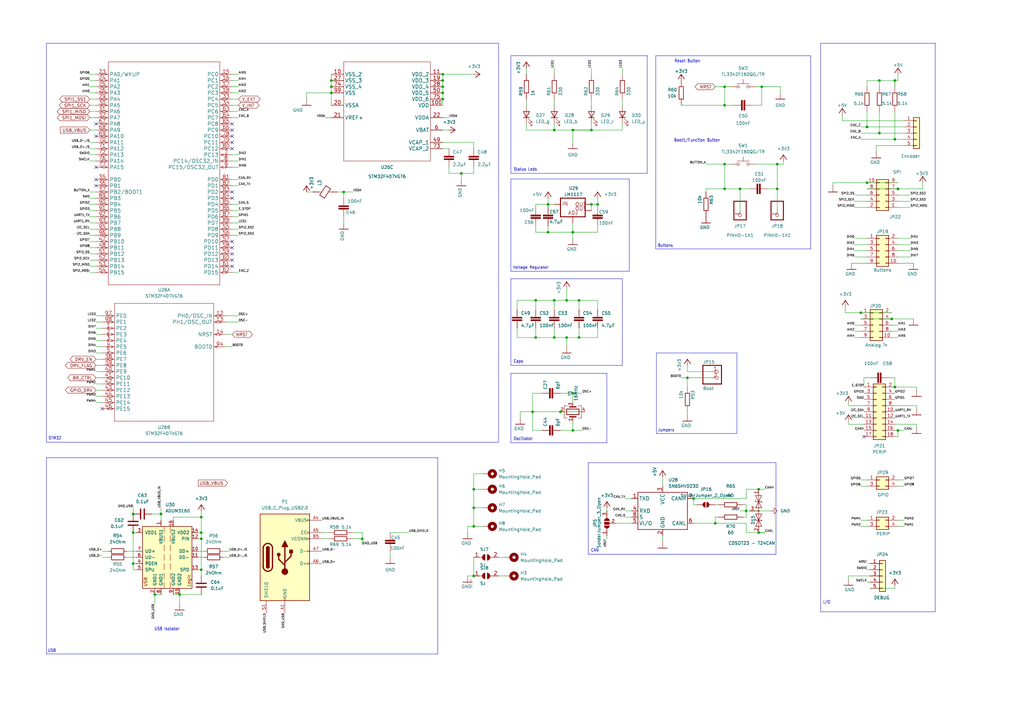
<source format=kicad_sch>
(kicad_sch
	(version 20250114)
	(generator "eeschema")
	(generator_version "9.0")
	(uuid "4cd24381-ef0a-4fc3-9080-2f3d7a881fa0")
	(paper "A3")
	
	(text "Oscillator"
		(exclude_from_sim no)
		(at 210.566 180.848 0)
		(effects
			(font
				(size 1.27 1.0795)
			)
			(justify left bottom)
		)
		(uuid "0a460622-1fd8-4854-b6a0-56e64b4b0ae3")
	)
	(text "I/O"
		(exclude_from_sim no)
		(at 337.566 247.904 0)
		(effects
			(font
				(size 1.27 1.0795)
			)
			(justify left bottom)
		)
		(uuid "0b500d5d-857f-4d84-8981-369f92eb97b6")
	)
	(text "Jumpers"
		(exclude_from_sim no)
		(at 269.748 177.292 0)
		(effects
			(font
				(size 1.27 1.0795)
			)
			(justify left bottom)
		)
		(uuid "12565cf4-442f-4dbd-85fa-83282b6c2e14")
	)
	(text "STM32"
		(exclude_from_sim no)
		(at 19.812 180.594 0)
		(effects
			(font
				(size 1.27 1.0795)
			)
			(justify left bottom)
		)
		(uuid "338edd2e-5846-4ed8-b03a-02aaba45fb11")
	)
	(text "USB"
		(exclude_from_sim no)
		(at 19.558 267.716 0)
		(effects
			(font
				(size 1.27 1.0795)
			)
			(justify left bottom)
		)
		(uuid "4207712e-96ec-4ad3-8105-4bb4852172b7")
	)
	(text "Boot1/Function Button"
		(exclude_from_sim no)
		(at 276.352 58.42 0)
		(effects
			(font
				(size 1.27 1.0795)
			)
			(justify left bottom)
		)
		(uuid "5811032a-1597-4a4c-a7a3-d8e2c86e2053")
	)
	(text "Voltage Regulator"
		(exclude_from_sim no)
		(at 210.312 110.49 0)
		(effects
			(font
				(size 1.0795 1.0795)
			)
			(justify left bottom)
		)
		(uuid "5aa86ef3-98c5-4aa0-95b4-06dd013edb64")
	)
	(text "USB Isolator"
		(exclude_from_sim no)
		(at 63.246 258.826 0)
		(effects
			(font
				(size 1.27 1.0795)
			)
			(justify left bottom)
		)
		(uuid "67debb50-1335-40e2-ad5d-ee9d9b604a07")
	)
	(text "CAN"
		(exclude_from_sim no)
		(at 242.316 226.568 0)
		(effects
			(font
				(size 1.27 1.0795)
			)
			(justify left bottom)
		)
		(uuid "6db5d67a-cc58-4f23-9b96-8a73308bae06")
	)
	(text "Caps"
		(exclude_from_sim no)
		(at 210.566 149.098 0)
		(effects
			(font
				(size 1.27 1.0795)
			)
			(justify left bottom)
		)
		(uuid "72109094-d9c8-40a7-b95d-13687325852a")
	)
	(text "Status Leds"
		(exclude_from_sim no)
		(at 210.566 70.358 0)
		(effects
			(font
				(size 1.27 1.0795)
			)
			(justify left bottom)
		)
		(uuid "89205ea3-a47b-42c3-960b-77913fa4acf7")
	)
	(text "Buttons"
		(exclude_from_sim no)
		(at 269.748 101.6 0)
		(effects
			(font
				(size 1.27 1.0795)
			)
			(justify left bottom)
		)
		(uuid "eed26fec-175b-4929-8089-63ded238b187")
	)
	(text "Reset Button"
		(exclude_from_sim no)
		(at 276.606 25.908 0)
		(effects
			(font
				(size 1.27 1.0795)
			)
			(justify left bottom)
		)
		(uuid "f998a4f2-3c6a-4171-9400-fb08a2549479")
	)
	(junction
		(at 181.61 35.56)
		(diameter 0)
		(color 0 0 0 0)
		(uuid "010b79e0-934b-4c47-b151-1cfd9eda702c")
	)
	(junction
		(at 218.44 168.91)
		(diameter 0)
		(color 0 0 0 0)
		(uuid "01232a58-c264-416a-88eb-14035b9f0946")
	)
	(junction
		(at 234.95 176.53)
		(diameter 0)
		(color 0 0 0 0)
		(uuid "044f5202-ae0b-40ac-9345-4cfdffc2b018")
	)
	(junction
		(at 194.31 236.22)
		(diameter 0)
		(color 0 0 0 0)
		(uuid "0791c98c-b2a5-4897-9a88-66186f0f6212")
	)
	(junction
		(at 140.97 78.74)
		(diameter 0)
		(color 0 0 0 0)
		(uuid "0cde37ae-4449-45cf-b0f4-ccebc6485d03")
	)
	(junction
		(at 353.06 128.27)
		(diameter 0)
		(color 0 0 0 0)
		(uuid "0d801f6e-cf50-46be-ba05-c22a3772f3a0")
	)
	(junction
		(at 82.55 233.68)
		(diameter 0)
		(color 0 0 0 0)
		(uuid "0fdc7f81-3909-47c4-a8be-e2216c45f4d3")
	)
	(junction
		(at 311.15 200.66)
		(diameter 0)
		(color 0 0 0 0)
		(uuid "1003d38f-f582-40ff-b491-da89ac4857d2")
	)
	(junction
		(at 297.18 35.56)
		(diameter 0)
		(color 0 0 0 0)
		(uuid "11738ed3-7987-485e-a886-ae602b0adf98")
	)
	(junction
		(at 135.89 38.1)
		(diameter 0)
		(color 0 0 0 0)
		(uuid "162e8bfd-71f9-4c46-b3de-0df5692ad9d0")
	)
	(junction
		(at 224.79 95.25)
		(diameter 0)
		(color 0 0 0 0)
		(uuid "179a248d-d2da-4e7d-849f-486a0fd82043")
	)
	(junction
		(at 54.61 218.44)
		(diameter 0)
		(color 0 0 0 0)
		(uuid "1ae6e937-e4d7-47fa-ae16-00043a2e2cc1")
	)
	(junction
		(at 360.68 33.02)
		(diameter 0)
		(color 0 0 0 0)
		(uuid "1c8b0568-2cbd-4d94-9e91-74892f19bba2")
	)
	(junction
		(at 367.03 158.75)
		(diameter 0)
		(color 0 0 0 0)
		(uuid "22975299-f17b-4120-9595-ff8eee9d2209")
	)
	(junction
		(at 219.71 138.43)
		(diameter 0)
		(color 0 0 0 0)
		(uuid "25b2d5fa-598a-4e38-a805-c55001d6bf3c")
	)
	(junction
		(at 227.33 138.43)
		(diameter 0)
		(color 0 0 0 0)
		(uuid "26a8e897-49a9-4b57-a996-18501af8538f")
	)
	(junction
		(at 82.55 218.44)
		(diameter 0)
		(color 0 0 0 0)
		(uuid "27f8150e-3e16-4d83-b7da-983236ed7284")
	)
	(junction
		(at 135.89 35.56)
		(diameter 0)
		(color 0 0 0 0)
		(uuid "2d32ad1c-4181-4f58-b3de-64ef5b51408d")
	)
	(junction
		(at 297.18 67.31)
		(diameter 0)
		(color 0 0 0 0)
		(uuid "2fca7a11-ba20-445a-afa2-43ae3519b690")
	)
	(junction
		(at 284.48 204.47)
		(diameter 0)
		(color 0 0 0 0)
		(uuid "30021a61-46c4-462c-9b94-bef1fe87e5dd")
	)
	(junction
		(at 245.11 83.82)
		(diameter 0)
		(color 0 0 0 0)
		(uuid "342b00a3-8688-4d6f-97f5-7bcfd471e43a")
	)
	(junction
		(at 367.03 57.15)
		(diameter 0)
		(color 0 0 0 0)
		(uuid "3671c4fa-e23c-4e4e-9f7c-5c7e72df968c")
	)
	(junction
		(at 297.18 43.18)
		(diameter 0)
		(color 0 0 0 0)
		(uuid "38b79daf-36f0-4f86-a4ba-b359589b3297")
	)
	(junction
		(at 312.42 35.56)
		(diameter 0)
		(color 0 0 0 0)
		(uuid "3fdbccaa-e96f-4124-934d-4e0b776aac76")
	)
	(junction
		(at 194.31 215.9)
		(diameter 0)
		(color 0 0 0 0)
		(uuid "43722d3e-5fa7-4b6a-a76e-bf20eaf6e6ea")
	)
	(junction
		(at 306.07 209.55)
		(diameter 0)
		(color 0 0 0 0)
		(uuid "4db0d81f-8bd5-422d-9e6d-fd76a83a023d")
	)
	(junction
		(at 234.95 53.34)
		(diameter 0)
		(color 0 0 0 0)
		(uuid "4dbb49d8-92c1-4fa0-b910-55becd90f417")
	)
	(junction
		(at 365.76 130.81)
		(diameter 0)
		(color 0 0 0 0)
		(uuid "4df051fa-009a-45f4-984f-232ecdd7b12c")
	)
	(junction
		(at 54.61 210.82)
		(diameter 0)
		(color 0 0 0 0)
		(uuid "5294186c-a8db-4806-b966-9c7487cbc519")
	)
	(junction
		(at 242.57 83.82)
		(diameter 0)
		(color 0 0 0 0)
		(uuid "558e3b89-f2dc-42ad-a343-ca74a10b1bb3")
	)
	(junction
		(at 232.41 123.19)
		(diameter 0)
		(color 0 0 0 0)
		(uuid "5c095701-beec-4647-91ee-cec622c5cd0f")
	)
	(junction
		(at 219.71 123.19)
		(diameter 0)
		(color 0 0 0 0)
		(uuid "5f8eb759-5fc7-420a-9d45-b94284544376")
	)
	(junction
		(at 181.61 38.1)
		(diameter 0)
		(color 0 0 0 0)
		(uuid "61806514-3780-4839-9112-85ab5d146a5c")
	)
	(junction
		(at 224.79 83.82)
		(diameter 0)
		(color 0 0 0 0)
		(uuid "6181cded-8747-4255-b663-a9270239f1f1")
	)
	(junction
		(at 82.55 220.98)
		(diameter 0)
		(color 0 0 0 0)
		(uuid "6365110b-39a9-4860-8ff5-241296a0a3ea")
	)
	(junction
		(at 181.61 40.64)
		(diameter 0)
		(color 0 0 0 0)
		(uuid "68ab1aef-5085-4897-a8c0-045c8a4cbea8")
	)
	(junction
		(at 293.37 214.63)
		(diameter 0)
		(color 0 0 0 0)
		(uuid "71a23ff1-5fc8-4dbe-a87d-6583081e15ef")
	)
	(junction
		(at 368.3 77.47)
		(diameter 0)
		(color 0 0 0 0)
		(uuid "739c837d-40a5-4f84-95dd-991014c78bcf")
	)
	(junction
		(at 73.66 243.84)
		(diameter 0)
		(color 0 0 0 0)
		(uuid "85787eb3-85dc-4bde-91d7-89cdc23fabac")
	)
	(junction
		(at 367.03 33.02)
		(diameter 0)
		(color 0 0 0 0)
		(uuid "8de2c57d-1e6a-4472-8eba-63ecb8df4dad")
	)
	(junction
		(at 355.6 74.93)
		(diameter 0)
		(color 0 0 0 0)
		(uuid "9aba88ef-c41c-4948-b402-1eb04db34406")
	)
	(junction
		(at 318.77 67.31)
		(diameter 0)
		(color 0 0 0 0)
		(uuid "9b36882f-ae14-4e97-8b22-ea205f85f10b")
	)
	(junction
		(at 281.94 154.94)
		(diameter 0)
		(color 0 0 0 0)
		(uuid "9f27bb7a-5c8c-41af-800b-614d4544a1fd")
	)
	(junction
		(at 63.5 243.84)
		(diameter 0)
		(color 0 0 0 0)
		(uuid "a1be23df-a9a6-45de-aaef-503e10fb1323")
	)
	(junction
		(at 368.3 176.53)
		(diameter 0)
		(color 0 0 0 0)
		(uuid "a2f87b4c-51dd-4de9-99da-ecb0abf48f7a")
	)
	(junction
		(at 66.04 210.82)
		(diameter 0)
		(color 0 0 0 0)
		(uuid "a3e298eb-fe69-4d1e-8351-982a8271a78b")
	)
	(junction
		(at 234.95 161.29)
		(diameter 0)
		(color 0 0 0 0)
		(uuid "a648e6db-1cb8-465d-ae3a-0b1b821a68ba")
	)
	(junction
		(at 194.31 200.66)
		(diameter 0)
		(color 0 0 0 0)
		(uuid "a7ef7365-45be-4909-847a-0edd3227fb77")
	)
	(junction
		(at 232.41 138.43)
		(diameter 0)
		(color 0 0 0 0)
		(uuid "a8786951-375b-4fee-9edb-e1d298f06b5a")
	)
	(junction
		(at 360.68 54.61)
		(diameter 0)
		(color 0 0 0 0)
		(uuid "ad5f1041-baba-4848-8d5c-8aa6698071ae")
	)
	(junction
		(at 311.15 218.44)
		(diameter 0)
		(color 0 0 0 0)
		(uuid "b328bfb9-eeed-4ed8-8895-18270075868b")
	)
	(junction
		(at 318.77 77.47)
		(diameter 0)
		(color 0 0 0 0)
		(uuid "b34e7678-88d2-4c8c-b01f-8c589ce1606b")
	)
	(junction
		(at 82.55 212.09)
		(diameter 0)
		(color 0 0 0 0)
		(uuid "b47ea42b-43f0-420d-8ad4-cae4364b2278")
	)
	(junction
		(at 234.95 95.25)
		(diameter 0)
		(color 0 0 0 0)
		(uuid "bb57eedc-922c-4792-a291-c7b1233bac13")
	)
	(junction
		(at 227.33 53.34)
		(diameter 0)
		(color 0 0 0 0)
		(uuid "bb9d5bd1-5762-4fa7-8144-838832b872af")
	)
	(junction
		(at 194.31 208.28)
		(diameter 0)
		(color 0 0 0 0)
		(uuid "cb0ea476-a6be-48a9-84e9-810ee48ee96e")
	)
	(junction
		(at 355.6 52.07)
		(diameter 0)
		(color 0 0 0 0)
		(uuid "cd9b47fc-efd4-40c8-b08c-95e5d95dfdaf")
	)
	(junction
		(at 148.59 220.98)
		(diameter 0)
		(color 0 0 0 0)
		(uuid "d2381e7b-52ed-438a-80ff-6c8b8a1b821e")
	)
	(junction
		(at 181.61 30.48)
		(diameter 0)
		(color 0 0 0 0)
		(uuid "d40f769d-cf14-4e25-946a-cfb7b9c55d5a")
	)
	(junction
		(at 189.23 71.12)
		(diameter 0)
		(color 0 0 0 0)
		(uuid "d90e1444-9936-4769-a079-aa9c962f4d20")
	)
	(junction
		(at 135.89 33.02)
		(diameter 0)
		(color 0 0 0 0)
		(uuid "d9f2b5d3-9c26-46d6-b39e-176002497761")
	)
	(junction
		(at 181.61 33.02)
		(diameter 0)
		(color 0 0 0 0)
		(uuid "dedef0ea-15c9-49ab-9fcd-2533ab500259")
	)
	(junction
		(at 229.87 168.91)
		(diameter 0)
		(color 0 0 0 0)
		(uuid "e0b63c86-1027-4b43-8cf3-aa95821a29fd")
	)
	(junction
		(at 242.57 53.34)
		(diameter 0)
		(color 0 0 0 0)
		(uuid "e28b219e-3a28-496e-b1b2-eefab3997696")
	)
	(junction
		(at 54.61 231.14)
		(diameter 0)
		(color 0 0 0 0)
		(uuid "eb3f2cc5-f3c2-4d1b-ac5f-4f304835c890")
	)
	(junction
		(at 237.49 123.19)
		(diameter 0)
		(color 0 0 0 0)
		(uuid "ebefa6a3-bedf-4c59-954f-498b42d712ae")
	)
	(junction
		(at 297.18 77.47)
		(diameter 0)
		(color 0 0 0 0)
		(uuid "ec2913a9-267f-45d2-bf96-fbba99e3753a")
	)
	(junction
		(at 303.53 77.47)
		(diameter 0)
		(color 0 0 0 0)
		(uuid "ee27e369-9770-49cf-91e6-9aa83dc585a4")
	)
	(junction
		(at 237.49 138.43)
		(diameter 0)
		(color 0 0 0 0)
		(uuid "ef430c1c-1a34-4c6e-80d8-41187048e090")
	)
	(junction
		(at 227.33 123.19)
		(diameter 0)
		(color 0 0 0 0)
		(uuid "f54294c8-c6f9-44eb-a63f-888d8f74edb7")
	)
	(no_connect
		(at 95.25 109.22)
		(uuid "0aed50e7-be01-426d-9fee-579de72cdd02")
	)
	(no_connect
		(at 39.37 68.58)
		(uuid "113112c8-66f7-453f-9331-17fbe5892696")
	)
	(no_connect
		(at 95.25 78.74)
		(uuid "115b2754-b597-4358-872e-b3c7c84bf35a")
	)
	(no_connect
		(at 95.25 101.6)
		(uuid "1364a65d-7e92-4950-9bf0-15b2662a864e")
	)
	(no_connect
		(at 95.25 106.68)
		(uuid "1d941627-12f5-4656-8c1b-7b5484b853df")
	)
	(no_connect
		(at 354.33 179.07)
		(uuid "27e9b61f-7346-438f-b0b6-1e014aabc232")
	)
	(no_connect
		(at 41.91 167.64)
		(uuid "2eeea1df-4623-4a87-8797-7d49f6bd41c4")
	)
	(no_connect
		(at 95.25 104.14)
		(uuid "3c1fde23-834b-486a-be0e-149de5a873e6")
	)
	(no_connect
		(at 95.25 53.34)
		(uuid "40409f38-ddbe-4872-be4e-4963832aab4b")
	)
	(no_connect
		(at 39.37 50.8)
		(uuid "431b6929-0585-4ec8-a4aa-72cb65b8186d")
	)
	(no_connect
		(at 95.25 99.06)
		(uuid "4e6772ab-84ec-4c3e-a14b-3c69490cf518")
	)
	(no_connect
		(at 39.37 76.2)
		(uuid "a21c71ad-f20d-4039-9102-403571048517")
	)
	(no_connect
		(at 39.37 73.66)
		(uuid "ab617fab-d1c5-4904-b9ba-e41db7c56e5d")
	)
	(no_connect
		(at 39.37 55.88)
		(uuid "c29e6ed9-4685-49aa-81bd-e84a22a9c6b7")
	)
	(no_connect
		(at 95.25 50.8)
		(uuid "c8f29373-c361-4c5f-a4c3-bbb70c517f50")
	)
	(no_connect
		(at 95.25 81.28)
		(uuid "d6b1d3ad-3ab3-46fd-b487-5bd73ec6e69b")
	)
	(no_connect
		(at 95.25 58.42)
		(uuid "db9b3b39-e609-489e-9faa-16825592065e")
	)
	(no_connect
		(at 95.25 55.88)
		(uuid "de68736e-76c1-492c-8e1a-ed302b0cc768")
	)
	(no_connect
		(at 95.25 60.96)
		(uuid "f2254955-8005-4548-b83d-fa24b5582b5a")
	)
	(wire
		(pts
			(xy 234.95 53.34) (xy 234.95 58.42)
		)
		(stroke
			(width 0.1524)
			(type solid)
		)
		(uuid "00d25a45-6819-44e8-930f-c3489b508fcc")
	)
	(wire
		(pts
			(xy 73.66 243.84) (xy 73.66 247.65)
		)
		(stroke
			(width 0)
			(type default)
		)
		(uuid "00ef781a-b304-45e5-9651-c353fb7d9d32")
	)
	(wire
		(pts
			(xy 41.91 157.48) (xy 39.37 157.48)
		)
		(stroke
			(width 0.1524)
			(type solid)
		)
		(uuid "011a0f6f-79ec-4813-81fb-803893fd26bb")
	)
	(wire
		(pts
			(xy 41.91 165.1) (xy 39.37 165.1)
		)
		(stroke
			(width 0.1524)
			(type solid)
		)
		(uuid "01370067-6610-47a2-b837-6049445ddaa4")
	)
	(wire
		(pts
			(xy 125.73 38.1) (xy 135.89 38.1)
		)
		(stroke
			(width 0.1524)
			(type solid)
		)
		(uuid "033d2edb-ccf7-4552-9264-570d8611ee31")
	)
	(wire
		(pts
			(xy 39.37 63.5) (xy 36.83 63.5)
		)
		(stroke
			(width 0.1524)
			(type solid)
		)
		(uuid "0397ff6c-cfe5-49f0-a1b6-94d717a5f676")
	)
	(wire
		(pts
			(xy 346.71 125.73) (xy 346.71 128.27)
		)
		(stroke
			(width 0.1524)
			(type solid)
		)
		(uuid "0457c25a-ca93-4c9e-9932-84271300d411")
	)
	(wire
		(pts
			(xy 281.94 154.94) (xy 279.4 154.94)
		)
		(stroke
			(width 0.1524)
			(type solid)
		)
		(uuid "04e8e0e3-0fb8-4f7d-9fe0-698f61af2537")
	)
	(wire
		(pts
			(xy 368.3 105.41) (xy 373.38 105.41)
		)
		(stroke
			(width 0.1524)
			(type solid)
		)
		(uuid "055bafea-c9b2-4eec-8d5b-68a85c4123b0")
	)
	(wire
		(pts
			(xy 95.25 91.44) (xy 97.79 91.44)
		)
		(stroke
			(width 0.1524)
			(type solid)
		)
		(uuid "05ba86fb-a785-48b1-aaab-686ba967260e")
	)
	(wire
		(pts
			(xy 95.25 30.48) (xy 97.79 30.48)
		)
		(stroke
			(width 0.1524)
			(type solid)
		)
		(uuid "06e6d3b5-c9bc-4cbf-84c9-fdfe15495a43")
	)
	(wire
		(pts
			(xy 39.37 48.26) (xy 36.83 48.26)
		)
		(stroke
			(width 0.1524)
			(type solid)
		)
		(uuid "07272880-dd40-4faa-a0d5-a00645e40ca2")
	)
	(wire
		(pts
			(xy 367.03 241.3) (xy 356.87 241.3)
		)
		(stroke
			(width 0.1524)
			(type solid)
		)
		(uuid "078ef809-fef3-48cd-b057-4056ddc75b93")
	)
	(wire
		(pts
			(xy 368.3 80.01) (xy 373.38 80.01)
		)
		(stroke
			(width 0.1524)
			(type solid)
		)
		(uuid "085fa638-39da-46ef-a00a-0572d5b5ce05")
	)
	(wire
		(pts
			(xy 229.87 168.91) (xy 240.03 168.91)
		)
		(stroke
			(width 0)
			(type default)
		)
		(uuid "0906db0d-5b3e-400f-a010-dbd5bfed05fa")
	)
	(wire
		(pts
			(xy 82.55 218.44) (xy 81.28 218.44)
		)
		(stroke
			(width 0)
			(type default)
		)
		(uuid "09354b86-feb0-465a-8562-25f92e01598b")
	)
	(wire
		(pts
			(xy 370.84 52.07) (xy 355.6 52.07)
		)
		(stroke
			(width 0.1524)
			(type solid)
		)
		(uuid "0a67d4a1-a0dc-4178-bf52-600ba46a35db")
	)
	(wire
		(pts
			(xy 313.69 218.44) (xy 311.15 218.44)
		)
		(stroke
			(width 0)
			(type default)
		)
		(uuid "0ab70fcb-49b1-40f7-8191-471b3a9fd3a4")
	)
	(wire
		(pts
			(xy 181.61 60.96) (xy 184.15 60.96)
		)
		(stroke
			(width 0.1524)
			(type solid)
		)
		(uuid "0bee82e5-68b2-4169-8433-72cf91dd3068")
	)
	(wire
		(pts
			(xy 347.98 236.22) (xy 356.87 236.22)
		)
		(stroke
			(width 0.1524)
			(type solid)
		)
		(uuid "0bf5eacf-ba25-44ee-b561-a617036fc571")
	)
	(polyline
		(pts
			(xy 209.55 149.86) (xy 255.27 149.86)
		)
		(stroke
			(width 0.1524)
			(type solid)
		)
		(uuid "0ce68aab-40e1-4c7c-9175-f2e30065b2a3")
	)
	(wire
		(pts
			(xy 306.07 214.63) (xy 293.37 214.63)
		)
		(stroke
			(width 0.1524)
			(type solid)
		)
		(uuid "0d31de37-f417-47d1-a6c9-99900ee9b9f2")
	)
	(wire
		(pts
			(xy 347.98 173.99) (xy 347.98 172.72)
		)
		(stroke
			(width 0)
			(type default)
		)
		(uuid "0da24f01-6d86-470f-b8bd-33d51a0bd17b")
	)
	(wire
		(pts
			(xy 279.4 43.18) (xy 297.18 43.18)
		)
		(stroke
			(width 0.1524)
			(type solid)
		)
		(uuid "0eb3bf
... [252479 chars truncated]
</source>
